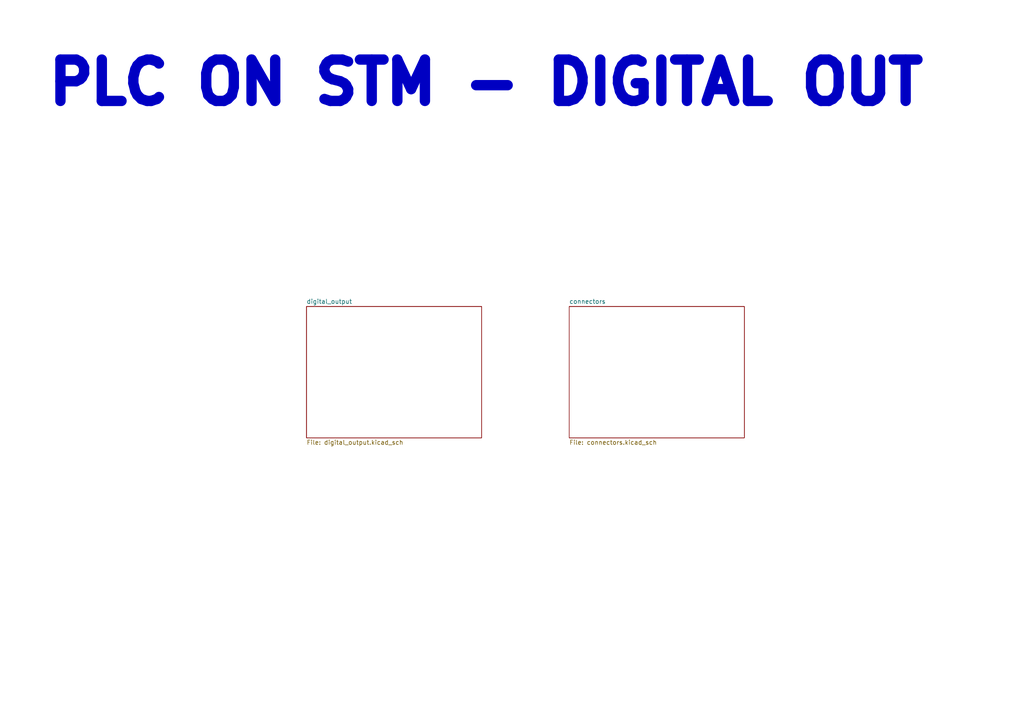
<source format=kicad_sch>
(kicad_sch
	(version 20250114)
	(generator "eeschema")
	(generator_version "9.0")
	(uuid "b652b05a-4e3d-4ad1-b032-18886abe7d45")
	(paper "A4")
	(title_block
		(title "PLC on STM - Digital IO Shield")
		(date "2025-12-27")
		(rev "${REVISION}")
		(company "Author: Grzegorz Potocki")
	)
	(lib_symbols)
	(text "PLC ON STM - DIGITAL OUT"
		(exclude_from_sim no)
		(at 12.7 24.13 0)
		(effects
			(font
				(size 12 12)
				(thickness 4.8)
				(bold yes)
			)
			(justify left)
		)
		(uuid "cec71073-0df9-405e-812b-e61d9091f6a5")
	)
	(sheet
		(at 88.9 88.9)
		(size 50.8 38.1)
		(exclude_from_sim no)
		(in_bom yes)
		(on_board yes)
		(dnp no)
		(fields_autoplaced yes)
		(stroke
			(width 0.1524)
			(type solid)
		)
		(fill
			(color 0 0 0 0.0000)
		)
		(uuid "66aaa0ed-28c6-43db-9132-49c7d324c89b")
		(property "Sheetname" "digital_output"
			(at 88.9 88.1884 0)
			(effects
				(font
					(size 1.27 1.27)
				)
				(justify left bottom)
			)
		)
		(property "Sheetfile" "digital_output.kicad_sch"
			(at 88.9 127.5846 0)
			(effects
				(font
					(size 1.27 1.27)
				)
				(justify left top)
			)
		)
		(instances
			(project "digitalIO"
				(path "/b652b05a-4e3d-4ad1-b032-18886abe7d45"
					(page "3")
				)
			)
		)
	)
	(sheet
		(at 165.1 88.9)
		(size 50.8 38.1)
		(exclude_from_sim no)
		(in_bom yes)
		(on_board yes)
		(dnp no)
		(fields_autoplaced yes)
		(stroke
			(width 0.1524)
			(type solid)
		)
		(fill
			(color 0 0 0 0.0000)
		)
		(uuid "a3324828-c59a-446c-84be-8caf0e60ff6d")
		(property "Sheetname" "connectors"
			(at 165.1 88.1884 0)
			(effects
				(font
					(size 1.27 1.27)
				)
				(justify left bottom)
			)
		)
		(property "Sheetfile" "connectors.kicad_sch"
			(at 165.1 127.5846 0)
			(effects
				(font
					(size 1.27 1.27)
				)
				(justify left top)
			)
		)
		(instances
			(project "digitalIO"
				(path "/b652b05a-4e3d-4ad1-b032-18886abe7d45"
					(page "4")
				)
			)
		)
	)
	(sheet_instances
		(path "/"
			(page "1")
		)
	)
	(embedded_fonts no)
	(embedded_files
		(file
			(name "putm_frame.kicad_wks")
			(type worksheet)
			(data |KLUv/WAvCY0UAObcWyEA1TZqxSYpSnAbOsWnapwROGKZeeE9KM64wmSW/n9CwQRSAEsAVAD4Oxyb
				J+1rOdkbNb9xsXDRanbnQyvya8XCVdH2ki1/5E8AAAIk6L2cVUZpqIzfhq4RSaozfi/7dQ4BEChg
				lFKrztoX2zJ7iAAIlB+RJvRA+yEEXWKSolT/yP/7a1pX7XmRRhm89j0nPWe/GYMv9uxJfUAsfu3i
				22/vfIcXhLPXVP/1ccRg7drh9YPVk9L+7H1JUe2jdx/0POJ//JEB+OurcpitYkNewTCqH4nK6mxS
				yYTrKhtGw9AW3MM0uKqrJ6VZhegMO20WjaHZLl3HmQat8PcYOWdS9r8ONmljvwR5rtpUI9Wr5/d9
				k1qAwF+8oX3VgQKiXplVrUPNLIqo06IWyRYhXY8c8WLWjESjRCYLrEJYts3RYRitDhFNskG4hmgb
				h2rSDWLhLOJbS6Wh7XfvdALDScCh+r0x401nJz1KZaNolJLtQjGAgKAhPaUYmpIUJClkmAOARKTm
				qDqKaBj8cOU0CMQEDCAPXptjKGfrooqHvkhFQiG28qvJM4YHQAhI789Pe6CM7SBne5Vtvvq9wkcX
				nj05P3mYi4NXPJ/uUrLUtQk2w76hQgx0MktjeoBh+lxTD5IGHQ8SF9Ga45urwV0FAriFfagEhtx5
				PGHBX1CBeRAr8grmewQSn3TJNDZp6SKSo3klm1fsFkaN6NERStGPAAJ0Kkf9E0NKGKCXmflfrqck
				pBHEJ8GdTlHn24ljbxPc+WIMW/jPAgcgyPKJHrUDci3M7EQ4CER7hddwyKWAwM1vyOwMDboKEy8K
				OKN2seQXk/bQSa/Qvsl6kQcUuziiY7xUSu4KhT3mI977rkPExkevAg==|
			)
			(checksum "D28CC2D8CCEF14F2FD87317FD6BA98A1")
		)
	)
)

</source>
